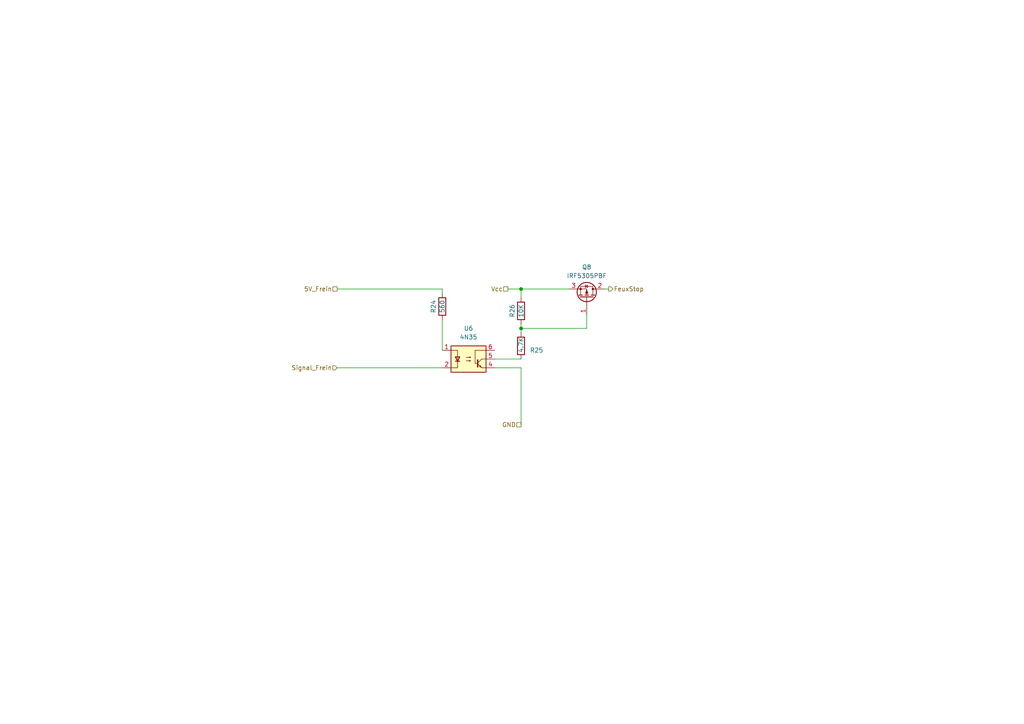
<source format=kicad_sch>
(kicad_sch (version 20211123) (generator eeschema)
  (paper "A4")
  (lib_symbols
    (symbol "Device:R" (pin_numbers hide) (pin_names (offset 0))
      (property "Reference" "R" (at 2.032 0 90))
      (property "Value" "R" (at 0 0 90))
      (symbol "R_0_1"
        (rectangle (start -1.016 -2.54) (end 1.016 2.54) (stroke (width 0.254)))
      )
      (symbol "R_1_1"
        (pin passive line (at 0 3.81 270) (length 1.27) (name "~") (number "1"))
        (pin passive line (at 0 -3.81 90) (length 1.27) (name "~") (number "2"))
      )
    )
    (symbol "Isolator:4N35" (pin_names (offset 1.016))
      (property "Reference" "U" (at -5.08 5.08 0))
      (property "Value" "4N35" (at 0 5.08 0))
      (symbol "4N35_0_1"
        (rectangle (start -5.08 3.81) (end 5.08 -3.81) (stroke (width 0.254)) (fill (type background)))
        (polyline (pts (xy -3.81 -0.635) (xy -2.54 -0.635)) (stroke (width 0.254)))
        (polyline (pts (xy 2.667 -1.397) (xy 3.81 -2.54)))
        (polyline (pts (xy 2.667 -1.143) (xy 3.81 0)))
        (polyline (pts (xy 3.81 -2.54) (xy 5.08 -2.54)))
        (polyline (pts (xy 3.81 0) (xy 5.08 0)))
        (polyline (pts (xy 2.667 -0.254) (xy 2.667 -2.286) (xy 2.667 -2.286)) (stroke (width 0.3556)))
        (polyline (pts (xy -5.08 -2.54) (xy -3.175 -2.54) (xy -3.175 2.54) (xy -5.08 2.54)))
        (polyline (pts (xy -3.175 -0.635) (xy -3.81 0.635) (xy -2.54 0.635) (xy -3.175 -0.635)) (stroke (width 0.254)))
        (polyline (pts (xy 3.683 -2.413) (xy 3.429 -1.905) (xy 3.175 -2.159) (xy 3.683 -2.413)))
        (polyline (pts (xy 5.08 2.54) (xy 1.905 2.54) (xy 1.905 -1.27) (xy 2.54 -1.27)))
        (polyline (pts (xy -0.635 -0.508) (xy 0.635 -0.508) (xy 0.254 -0.635) (xy 0.254 -0.381) (xy 0.635 -0.508)))
        (polyline (pts (xy -0.635 0.508) (xy 0.635 0.508) (xy 0.254 0.381) (xy 0.254 0.635) (xy 0.635 0.508)))
      )
      (symbol "4N35_1_1"
        (pin passive line (at -7.62 2.54 0) (length 2.54) (name "~") (number "1"))
        (pin passive line (at -7.62 -2.54 0) (length 2.54) (name "~") (number "2"))
        (pin no_connect line (at -5.08 0 0) (length 2.54) hide (name "NC") (number "3"))
        (pin passive line (at 7.62 -2.54 180) (length 2.54) (name "~") (number "4"))
        (pin passive line (at 7.62 0 180) (length 2.54) (name "~") (number "5"))
        (pin passive line (at 7.62 2.54 180) (length 2.54) (name "~") (number "6"))
      )
    )
    (symbol "Transistor_FET:FQP27P06" (pin_names hide)
      (property "Reference" "Q" (at 5.08 1.905 0))
      (property "Value" "FQP27P06" (at 5.08 0 0))
      (symbol "FQP27P06_0_1"
        (polyline (pts (xy 0.254 0) (xy -2.54 0)))
        (polyline (pts (xy 0.254 1.905) (xy 0.254 -1.905)) (stroke (width 0.254)))
        (polyline (pts (xy 0.762 -1.27) (xy 0.762 -2.286)) (stroke (width 0.254)))
        (polyline (pts (xy 0.762 0.508) (xy 0.762 -0.508)) (stroke (width 0.254)))
        (polyline (pts (xy 0.762 2.286) (xy 0.762 1.27)) (stroke (width 0.254)))
        (polyline (pts (xy 2.54 2.54) (xy 2.54 1.778)))
        (polyline (pts (xy 2.54 -2.54) (xy 2.54 0) (xy 0.762 0)))
        (polyline (pts (xy 0.762 1.778) (xy 3.302 1.778) (xy 3.302 -1.778) (xy 0.762 -1.778)))
        (polyline (pts (xy 2.286 0) (xy 1.27 0.381) (xy 1.27 -0.381) (xy 2.286 0)) (fill (type outline)))
        (polyline (pts (xy 2.794 -0.508) (xy 2.921 -0.381) (xy 3.683 -0.381) (xy 3.81 -0.254)))
        (polyline (pts (xy 3.302 -0.381) (xy 2.921 0.254) (xy 3.683 0.254) (xy 3.302 -0.381)))
        (circle (center 1.651 0) (radius 2.794) (stroke (width 0.254)))
        (circle (center 2.54 -1.778) (radius 0.254) (fill (type outline)))
        (circle (center 2.54 1.778) (radius 0.254) (fill (type outline)))
      )
      (symbol "FQP27P06_1_1"
        (pin input line (at -5.08 0 0) (length 2.54) (name "G") (number "1"))
        (pin passive line (at 2.54 5.08 270) (length 2.54) (name "D") (number "2"))
        (pin passive line (at 2.54 -5.08 90) (length 2.54) (name "S") (number "3"))
      )
    )
  )
  (junction (at 151.13 83.82))
  (junction (at 151.13 95.25))
  (wire (pts (xy 128.27 85.09) (xy 128.27 83.82)))
  (wire (pts (xy 151.13 83.82) (xy 151.13 86.36)))
  (wire (pts (xy 151.13 93.98) (xy 151.13 95.25)))
  (wire (pts (xy 147.32 83.82) (xy 151.13 83.82)))
  (wire (pts (xy 151.13 104.14) (xy 143.51 104.14)))
  (wire (pts (xy 151.13 95.25) (xy 151.13 96.52)))
  (wire (pts (xy 151.13 106.68) (xy 143.51 106.68)))
  (wire (pts (xy 151.13 106.68) (xy 151.13 123.19)))
  (wire (pts (xy 128.27 92.71) (xy 128.27 101.6)))
  (wire (pts (xy 170.18 95.25) (xy 170.18 91.44)))
  (wire (pts (xy 151.13 83.82) (xy 165.1 83.82)))
  (wire (pts (xy 97.79 83.82) (xy 128.27 83.82)))
  (wire (pts (xy 151.13 95.25) (xy 170.18 95.25)))
  (wire (pts (xy 97.79 106.68) (xy 128.27 106.68)))
  (wire (pts (xy 175.26 83.82) (xy 176.53 83.82)))
  (hierarchical_label "Vcc" (shape passive) (at 147.32 83.82 180))
  (hierarchical_label "Signal_Frein" (shape input) (at 97.79 106.68 180))
  (hierarchical_label "5V_Frein" (shape passive) (at 97.79 83.82 180))
  (hierarchical_label "GND" (shape passive) (at 151.13 123.19 180))
  (hierarchical_label "FeuxStop" (shape output) (at 176.53 83.82 0))
  (symbol (lib_id "Device:R") (at 128.27 88.9 180) (unit 1)
    (property "Reference" "R24" (at 125.73 88.9 90))
    (property "Value" "560" (at 128.27 88.9 90))
    (property "Footprint" "Resistor_THT:R_Axial_DIN0207_L6.3mm_D2.5mm_P10.16mm_Horizontal" (effects hide))
  )
  (symbol (lib_id "Device:R") (at 151.13 100.33 0) (mirror x) (unit 1)
    (property "Reference" "R25" (at 153.67 101.6001 0) (effects (justify left)))
    (property "Value" "4.7K" (at 151.13 97.79 90) (effects (justify left)))
    (property "Footprint" "Resistor_THT:R_Axial_DIN0207_L6.3mm_D2.5mm_P10.16mm_Horizontal" (effects hide))
  )
  (symbol (lib_id "Device:R") (at 151.13 90.17 0) (mirror y) (unit 1)
    (property "Reference" "R26" (at 148.59 90.17 90))
    (property "Value" "10K" (at 151.13 90.17 90))
    (property "Footprint" "Resistor_THT:R_Axial_DIN0207_L6.3mm_D2.5mm_P10.16mm_Horizontal" (effects hide))
  )
  (symbol (lib_id "Transistor_FET:FQP27P06") (at 170.18 86.36 270) (mirror x) (unit 1)
    (property "Reference" "Q8" (at 170.18 77.47 90))
    (property "Value" "IRF5305PBF" (at 170.18 80.01 90))
    (property "Footprint" "circuit:TO-220-3_Vertical" (effects hide))
  )
  (symbol (lib_id "Isolator:4N35") (at 135.89 104.14 0) (unit 1)
    (property "Reference" "U6" (at 135.89 95.25 0))
    (property "Value" "4N35" (at 135.89 97.79 0))
    (property "Footprint" "Package_DIP:DIP-6_W7.62mm" (effects hide))
    (property "Datasheet" "https://www.vishay.com/docs/81181/4n35.pdf" (effects hide))
  )
)
</source>
